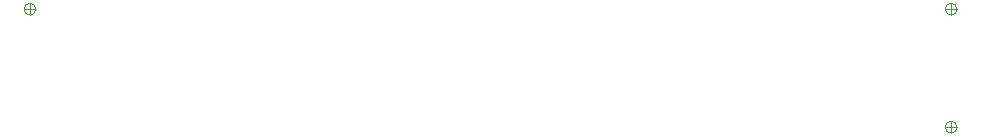
<source format=gbr>
%TF.GenerationSoftware,KiCad,Pcbnew,9.0.5*%
%TF.CreationDate,2025-10-03T12:11:24+01:00*%
%TF.ProjectId,mm_jacdaptor,6d6d5f6a-6163-4646-9170-746f722e6b69,v0.4*%
%TF.SameCoordinates,PX8d24d00PY37ca3a0*%
%TF.FileFunction,AssemblyDrawing,Top*%
%FSLAX45Y45*%
G04 Gerber Fmt 4.5, Leading zero omitted, Abs format (unit mm)*
G04 Created by KiCad (PCBNEW 9.0.5) date 2025-10-03 12:11:24*
%MOMM*%
%LPD*%
G01*
G04 APERTURE LIST*
%ADD10C,0.100000*%
G04 APERTURE END LIST*
D10*
%TO.C,GS1*%
X3850000Y1100000D02*
X3950000Y1100000D01*
X3900000Y1150000D02*
X3900000Y1050000D01*
X3950000Y1100000D02*
G75*
G02*
X3850000Y1100000I-50000J0D01*
G01*
X3850000Y1100000D02*
G75*
G02*
X3950000Y1100000I50000J0D01*
G01*
%TO.C,GS2*%
X3850000Y100000D02*
X3950000Y100000D01*
X3900000Y150000D02*
X3900000Y50000D01*
X3950000Y100000D02*
G75*
G02*
X3850000Y100000I-50000J0D01*
G01*
X3850000Y100000D02*
G75*
G02*
X3950000Y100000I50000J0D01*
G01*
%TO.C,GS3*%
X-3950000Y1100000D02*
X-3850000Y1100000D01*
X-3900000Y1150000D02*
X-3900000Y1050000D01*
X-3850000Y1100000D02*
G75*
G02*
X-3950000Y1100000I-50000J0D01*
G01*
X-3950000Y1100000D02*
G75*
G02*
X-3850000Y1100000I50000J0D01*
G01*
%TD*%
M02*

</source>
